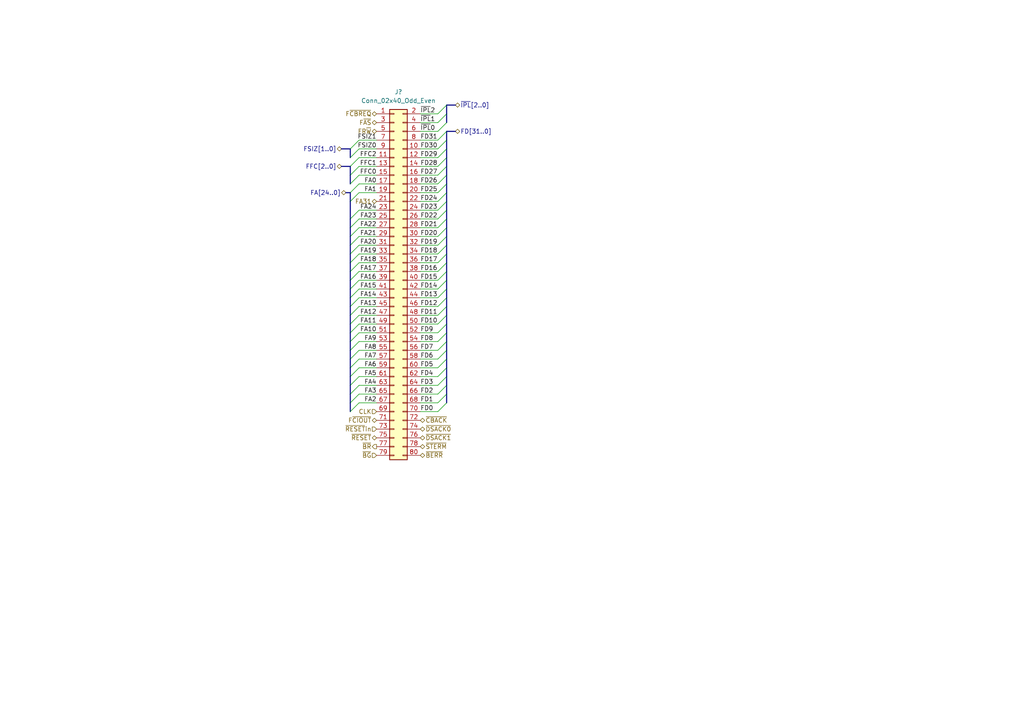
<source format=kicad_sch>
(kicad_sch (version 20211123) (generator eeschema)
  (paper "A4")
  (lib_symbols
    (symbol "Connector_Generic:Conn_02x40_Odd_Even" (pin_names (offset 1.016) hide)
      (property "Reference" "J" (at 1.27 50.8 0))
      (property "Value" "Conn_02x40_Odd_Even" (at 1.27 -53.34 0))
      (symbol "Conn_02x40_Odd_Even_1_1"
        (rectangle (start -1.27 -50.673) (end 0 -50.927) (stroke (width 0.1524)))
        (rectangle (start -1.27 -48.133) (end 0 -48.387) (stroke (width 0.1524)))
        (rectangle (start -1.27 -45.593) (end 0 -45.847) (stroke (width 0.1524)))
        (rectangle (start -1.27 -43.053) (end 0 -43.307) (stroke (width 0.1524)))
        (rectangle (start -1.27 -40.513) (end 0 -40.767) (stroke (width 0.1524)))
        (rectangle (start -1.27 -37.973) (end 0 -38.227) (stroke (width 0.1524)))
        (rectangle (start -1.27 -35.433) (end 0 -35.687) (stroke (width 0.1524)))
        (rectangle (start -1.27 -32.893) (end 0 -33.147) (stroke (width 0.1524)))
        (rectangle (start -1.27 -30.353) (end 0 -30.607) (stroke (width 0.1524)))
        (rectangle (start -1.27 -27.813) (end 0 -28.067) (stroke (width 0.1524)))
        (rectangle (start -1.27 -25.273) (end 0 -25.527) (stroke (width 0.1524)))
        (rectangle (start -1.27 -22.733) (end 0 -22.987) (stroke (width 0.1524)))
        (rectangle (start -1.27 -20.193) (end 0 -20.447) (stroke (width 0.1524)))
        (rectangle (start -1.27 -17.653) (end 0 -17.907) (stroke (width 0.1524)))
        (rectangle (start -1.27 -15.113) (end 0 -15.367) (stroke (width 0.1524)))
        (rectangle (start -1.27 -12.573) (end 0 -12.827) (stroke (width 0.1524)))
        (rectangle (start -1.27 -10.033) (end 0 -10.287) (stroke (width 0.1524)))
        (rectangle (start -1.27 -7.493) (end 0 -7.747) (stroke (width 0.1524)))
        (rectangle (start -1.27 -4.953) (end 0 -5.207) (stroke (width 0.1524)))
        (rectangle (start -1.27 -2.413) (end 0 -2.667) (stroke (width 0.1524)))
        (rectangle (start -1.27 0.127) (end 0 -0.127) (stroke (width 0.1524)))
        (rectangle (start -1.27 2.667) (end 0 2.413) (stroke (width 0.1524)))
        (rectangle (start -1.27 5.207) (end 0 4.953) (stroke (width 0.1524)))
        (rectangle (start -1.27 7.747) (end 0 7.493) (stroke (width 0.1524)))
        (rectangle (start -1.27 10.287) (end 0 10.033) (stroke (width 0.1524)))
        (rectangle (start -1.27 12.827) (end 0 12.573) (stroke (width 0.1524)))
        (rectangle (start -1.27 15.367) (end 0 15.113) (stroke (width 0.1524)))
        (rectangle (start -1.27 17.907) (end 0 17.653) (stroke (width 0.1524)))
        (rectangle (start -1.27 20.447) (end 0 20.193) (stroke (width 0.1524)))
        (rectangle (start -1.27 22.987) (end 0 22.733) (stroke (width 0.1524)))
        (rectangle (start -1.27 25.527) (end 0 25.273) (stroke (width 0.1524)))
        (rectangle (start -1.27 28.067) (end 0 27.813) (stroke (width 0.1524)))
        (rectangle (start -1.27 30.607) (end 0 30.353) (stroke (width 0.1524)))
        (rectangle (start -1.27 33.147) (end 0 32.893) (stroke (width 0.1524)))
        (rectangle (start -1.27 35.687) (end 0 35.433) (stroke (width 0.1524)))
        (rectangle (start -1.27 38.227) (end 0 37.973) (stroke (width 0.1524)))
        (rectangle (start -1.27 40.767) (end 0 40.513) (stroke (width 0.1524)))
        (rectangle (start -1.27 43.307) (end 0 43.053) (stroke (width 0.1524)))
        (rectangle (start -1.27 45.847) (end 0 45.593) (stroke (width 0.1524)))
        (rectangle (start -1.27 48.387) (end 0 48.133) (stroke (width 0.1524)))
        (rectangle (start -1.27 49.53) (end 3.81 -52.07) (stroke (width 0.254)) (fill (type background)))
        (rectangle (start 3.81 -50.673) (end 2.54 -50.927) (stroke (width 0.1524)))
        (rectangle (start 3.81 -48.133) (end 2.54 -48.387) (stroke (width 0.1524)))
        (rectangle (start 3.81 -45.593) (end 2.54 -45.847) (stroke (width 0.1524)))
        (rectangle (start 3.81 -43.053) (end 2.54 -43.307) (stroke (width 0.1524)))
        (rectangle (start 3.81 -40.513) (end 2.54 -40.767) (stroke (width 0.1524)))
        (rectangle (start 3.81 -37.973) (end 2.54 -38.227) (stroke (width 0.1524)))
        (rectangle (start 3.81 -35.433) (end 2.54 -35.687) (stroke (width 0.1524)))
        (rectangle (start 3.81 -32.893) (end 2.54 -33.147) (stroke (width 0.1524)))
        (rectangle (start 3.81 -30.353) (end 2.54 -30.607) (stroke (width 0.1524)))
        (rectangle (start 3.81 -27.813) (end 2.54 -28.067) (stroke (width 0.1524)))
        (rectangle (start 3.81 -25.273) (end 2.54 -25.527) (stroke (width 0.1524)))
        (rectangle (start 3.81 -22.733) (end 2.54 -22.987) (stroke (width 0.1524)))
        (rectangle (start 3.81 -20.193) (end 2.54 -20.447) (stroke (width 0.1524)))
        (rectangle (start 3.81 -17.653) (end 2.54 -17.907) (stroke (width 0.1524)))
        (rectangle (start 3.81 -15.113) (end 2.54 -15.367) (stroke (width 0.1524)))
        (rectangle (start 3.81 -12.573) (end 2.54 -12.827) (stroke (width 0.1524)))
        (rectangle (start 3.81 -10.033) (end 2.54 -10.287) (stroke (width 0.1524)))
        (rectangle (start 3.81 -7.493) (end 2.54 -7.747) (stroke (width 0.1524)))
        (rectangle (start 3.81 -4.953) (end 2.54 -5.207) (stroke (width 0.1524)))
        (rectangle (start 3.81 -2.413) (end 2.54 -2.667) (stroke (width 0.1524)))
        (rectangle (start 3.81 0.127) (end 2.54 -0.127) (stroke (width 0.1524)))
        (rectangle (start 3.81 2.667) (end 2.54 2.413) (stroke (width 0.1524)))
        (rectangle (start 3.81 5.207) (end 2.54 4.953) (stroke (width 0.1524)))
        (rectangle (start 3.81 7.747) (end 2.54 7.493) (stroke (width 0.1524)))
        (rectangle (start 3.81 10.287) (end 2.54 10.033) (stroke (width 0.1524)))
        (rectangle (start 3.81 12.827) (end 2.54 12.573) (stroke (width 0.1524)))
        (rectangle (start 3.81 15.367) (end 2.54 15.113) (stroke (width 0.1524)))
        (rectangle (start 3.81 17.907) (end 2.54 17.653) (stroke (width 0.1524)))
        (rectangle (start 3.81 20.447) (end 2.54 20.193) (stroke (width 0.1524)))
        (rectangle (start 3.81 22.987) (end 2.54 22.733) (stroke (width 0.1524)))
        (rectangle (start 3.81 25.527) (end 2.54 25.273) (stroke (width 0.1524)))
        (rectangle (start 3.81 28.067) (end 2.54 27.813) (stroke (width 0.1524)))
        (rectangle (start 3.81 30.607) (end 2.54 30.353) (stroke (width 0.1524)))
        (rectangle (start 3.81 33.147) (end 2.54 32.893) (stroke (width 0.1524)))
        (rectangle (start 3.81 35.687) (end 2.54 35.433) (stroke (width 0.1524)))
        (rectangle (start 3.81 38.227) (end 2.54 37.973) (stroke (width 0.1524)))
        (rectangle (start 3.81 40.767) (end 2.54 40.513) (stroke (width 0.1524)))
        (rectangle (start 3.81 43.307) (end 2.54 43.053) (stroke (width 0.1524)))
        (rectangle (start 3.81 45.847) (end 2.54 45.593) (stroke (width 0.1524)))
        (rectangle (start 3.81 48.387) (end 2.54 48.133) (stroke (width 0.1524)))
        (pin passive line (at -5.08 48.26 0) (length 3.81) (name "Pin_1") (number "1"))
        (pin passive line (at 7.62 38.1 180) (length 3.81) (name "Pin_10") (number "10"))
        (pin passive line (at -5.08 35.56 0) (length 3.81) (name "Pin_11") (number "11"))
        (pin passive line (at 7.62 35.56 180) (length 3.81) (name "Pin_12") (number "12"))
        (pin passive line (at -5.08 33.02 0) (length 3.81) (name "Pin_13") (number "13"))
        (pin passive line (at 7.62 33.02 180) (length 3.81) (name "Pin_14") (number "14"))
        (pin passive line (at -5.08 30.48 0) (length 3.81) (name "Pin_15") (number "15"))
        (pin passive line (at 7.62 30.48 180) (length 3.81) (name "Pin_16") (number "16"))
        (pin passive line (at -5.08 27.94 0) (length 3.81) (name "Pin_17") (number "17"))
        (pin passive line (at 7.62 27.94 180) (length 3.81) (name "Pin_18") (number "18"))
        (pin passive line (at -5.08 25.4 0) (length 3.81) (name "Pin_19") (number "19"))
        (pin passive line (at 7.62 48.26 180) (length 3.81) (name "Pin_2") (number "2"))
        (pin passive line (at 7.62 25.4 180) (length 3.81) (name "Pin_20") (number "20"))
        (pin passive line (at -5.08 22.86 0) (length 3.81) (name "Pin_21") (number "21"))
        (pin passive line (at 7.62 22.86 180) (length 3.81) (name "Pin_22") (number "22"))
        (pin passive line (at -5.08 20.32 0) (length 3.81) (name "Pin_23") (number "23"))
        (pin passive line (at 7.62 20.32 180) (length 3.81) (name "Pin_24") (number "24"))
        (pin passive line (at -5.08 17.78 0) (length 3.81) (name "Pin_25") (number "25"))
        (pin passive line (at 7.62 17.78 180) (length 3.81) (name "Pin_26") (number "26"))
        (pin passive line (at -5.08 15.24 0) (length 3.81) (name "Pin_27") (number "27"))
        (pin passive line (at 7.62 15.24 180) (length 3.81) (name "Pin_28") (number "28"))
        (pin passive line (at -5.08 12.7 0) (length 3.81) (name "Pin_29") (number "29"))
        (pin passive line (at -5.08 45.72 0) (length 3.81) (name "Pin_3") (number "3"))
        (pin passive line (at 7.62 12.7 180) (length 3.81) (name "Pin_30") (number "30"))
        (pin passive line (at -5.08 10.16 0) (length 3.81) (name "Pin_31") (number "31"))
        (pin passive line (at 7.62 10.16 180) (length 3.81) (name "Pin_32") (number "32"))
        (pin passive line (at -5.08 7.62 0) (length 3.81) (name "Pin_33") (number "33"))
        (pin passive line (at 7.62 7.62 180) (length 3.81) (name "Pin_34") (number "34"))
        (pin passive line (at -5.08 5.08 0) (length 3.81) (name "Pin_35") (number "35"))
        (pin passive line (at 7.62 5.08 180) (length 3.81) (name "Pin_36") (number "36"))
        (pin passive line (at -5.08 2.54 0) (length 3.81) (name "Pin_37") (number "37"))
        (pin passive line (at 7.62 2.54 180) (length 3.81) (name "Pin_38") (number "38"))
        (pin passive line (at -5.08 0 0) (length 3.81) (name "Pin_39") (number "39"))
        (pin passive line (at 7.62 45.72 180) (length 3.81) (name "Pin_4") (number "4"))
        (pin passive line (at 7.62 0 180) (length 3.81) (name "Pin_40") (number "40"))
        (pin passive line (at -5.08 -2.54 0) (length 3.81) (name "Pin_41") (number "41"))
        (pin passive line (at 7.62 -2.54 180) (length 3.81) (name "Pin_42") (number "42"))
        (pin passive line (at -5.08 -5.08 0) (length 3.81) (name "Pin_43") (number "43"))
        (pin passive line (at 7.62 -5.08 180) (length 3.81) (name "Pin_44") (number "44"))
        (pin passive line (at -5.08 -7.62 0) (length 3.81) (name "Pin_45") (number "45"))
        (pin passive line (at 7.62 -7.62 180) (length 3.81) (name "Pin_46") (number "46"))
        (pin passive line (at -5.08 -10.16 0) (length 3.81) (name "Pin_47") (number "47"))
        (pin passive line (at 7.62 -10.16 180) (length 3.81) (name "Pin_48") (number "48"))
        (pin passive line (at -5.08 -12.7 0) (length 3.81) (name "Pin_49") (number "49"))
        (pin passive line (at -5.08 43.18 0) (length 3.81) (name "Pin_5") (number "5"))
        (pin passive line (at 7.62 -12.7 180) (length 3.81) (name "Pin_50") (number "50"))
        (pin passive line (at -5.08 -15.24 0) (length 3.81) (name "Pin_51") (number "51"))
        (pin passive line (at 7.62 -15.24 180) (length 3.81) (name "Pin_52") (number "52"))
        (pin passive line (at -5.08 -17.78 0) (length 3.81) (name "Pin_53") (number "53"))
        (pin passive line (at 7.62 -17.78 180) (length 3.81) (name "Pin_54") (number "54"))
        (pin passive line (at -5.08 -20.32 0) (length 3.81) (name "Pin_55") (number "55"))
        (pin passive line (at 7.62 -20.32 180) (length 3.81) (name "Pin_56") (number "56"))
        (pin passive line (at -5.08 -22.86 0) (length 3.81) (name "Pin_57") (number "57"))
        (pin passive line (at 7.62 -22.86 180) (length 3.81) (name "Pin_58") (number "58"))
        (pin passive line (at -5.08 -25.4 0) (length 3.81) (name "Pin_59") (number "59"))
        (pin passive line (at 7.62 43.18 180) (length 3.81) (name "Pin_6") (number "6"))
        (pin passive line (at 7.62 -25.4 180) (length 3.81) (name "Pin_60") (number "60"))
        (pin passive line (at -5.08 -27.94 0) (length 3.81) (name "Pin_61") (number "61"))
        (pin passive line (at 7.62 -27.94 180) (length 3.81) (name "Pin_62") (number "62"))
        (pin passive line (at -5.08 -30.48 0) (length 3.81) (name "Pin_63") (number "63"))
        (pin passive line (at 7.62 -30.48 180) (length 3.81) (name "Pin_64") (number "64"))
        (pin passive line (at -5.08 -33.02 0) (length 3.81) (name "Pin_65") (number "65"))
        (pin passive line (at 7.62 -33.02 180) (length 3.81) (name "Pin_66") (number "66"))
        (pin passive line (at -5.08 -35.56 0) (length 3.81) (name "Pin_67") (number "67"))
        (pin passive line (at 7.62 -35.56 180) (length 3.81) (name "Pin_68") (number "68"))
        (pin passive line (at -5.08 -38.1 0) (length 3.81) (name "Pin_69") (number "69"))
        (pin passive line (at -5.08 40.64 0) (length 3.81) (name "Pin_7") (number "7"))
        (pin passive line (at 7.62 -38.1 180) (length 3.81) (name "Pin_70") (number "70"))
        (pin passive line (at -5.08 -40.64 0) (length 3.81) (name "Pin_71") (number "71"))
        (pin passive line (at 7.62 -40.64 180) (length 3.81) (name "Pin_72") (number "72"))
        (pin passive line (at -5.08 -43.18 0) (length 3.81) (name "Pin_73") (number "73"))
        (pin passive line (at 7.62 -43.18 180) (length 3.81) (name "Pin_74") (number "74"))
        (pin passive line (at -5.08 -45.72 0) (length 3.81) (name "Pin_75") (number "75"))
        (pin passive line (at 7.62 -45.72 180) (length 3.81) (name "Pin_76") (number "76"))
        (pin passive line (at -5.08 -48.26 0) (length 3.81) (name "Pin_77") (number "77"))
        (pin passive line (at 7.62 -48.26 180) (length 3.81) (name "Pin_78") (number "78"))
        (pin passive line (at -5.08 -50.8 0) (length 3.81) (name "Pin_79") (number "79"))
        (pin passive line (at 7.62 40.64 180) (length 3.81) (name "Pin_8") (number "8"))
        (pin passive line (at 7.62 -50.8 180) (length 3.81) (name "Pin_80") (number "80"))
        (pin passive line (at -5.08 38.1 0) (length 3.81) (name "Pin_9") (number "9"))
      )
    )
  )
  (bus_entry (at 127 119.38) (size 2.54 -2.54))
  (bus_entry (at 127 63.5) (size 2.54 -2.54))
  (bus_entry (at 104.14 88.9) (size -2.54 2.54))
  (bus_entry (at 127 91.44) (size 2.54 -2.54))
  (bus_entry (at 104.14 86.36) (size -2.54 2.54))
  (bus_entry (at 104.14 63.5) (size -2.54 2.54))
  (bus_entry (at 127 99.06) (size 2.54 -2.54))
  (bus_entry (at 104.14 66.04) (size -2.54 2.54))
  (bus_entry (at 127 40.64) (size 2.54 -2.54))
  (bus_entry (at 127 48.26) (size 2.54 -2.54))
  (bus_entry (at 127 38.1) (size 2.54 -2.54))
  (bus_entry (at 104.14 76.2) (size -2.54 2.54))
  (bus_entry (at 104.14 45.72) (size -2.54 2.54))
  (bus_entry (at 127 66.04) (size 2.54 -2.54))
  (bus_entry (at 104.14 50.8) (size -2.54 2.54))
  (bus_entry (at 127 96.52) (size 2.54 -2.54))
  (bus_entry (at 104.14 48.26) (size -2.54 2.54))
  (bus_entry (at 127 86.36) (size 2.54 -2.54))
  (bus_entry (at 104.14 40.64) (size -2.54 2.54))
  (bus_entry (at 127 106.68) (size 2.54 -2.54))
  (bus_entry (at 104.14 93.98) (size -2.54 2.54))
  (bus_entry (at 104.14 104.14) (size -2.54 2.54))
  (bus_entry (at 104.14 91.44) (size -2.54 2.54))
  (bus_entry (at 127 55.88) (size 2.54 -2.54))
  (bus_entry (at 127 83.82) (size 2.54 -2.54))
  (bus_entry (at 104.14 99.06) (size -2.54 2.54))
  (bus_entry (at 104.14 73.66) (size -2.54 2.54))
  (bus_entry (at 104.14 55.88) (size -2.54 2.54))
  (bus_entry (at 127 71.12) (size 2.54 -2.54))
  (bus_entry (at 127 81.28) (size 2.54 -2.54))
  (bus_entry (at 127 73.66) (size 2.54 -2.54))
  (bus_entry (at 127 45.72) (size 2.54 -2.54))
  (bus_entry (at 127 33.02) (size 2.54 -2.54))
  (bus_entry (at 127 35.56) (size 2.54 -2.54))
  (bus_entry (at 127 50.8) (size 2.54 -2.54))
  (bus_entry (at 127 88.9) (size 2.54 -2.54))
  (bus_entry (at 104.14 96.52) (size -2.54 2.54))
  (bus_entry (at 127 101.6) (size 2.54 -2.54))
  (bus_entry (at 127 93.98) (size 2.54 -2.54))
  (bus_entry (at 127 104.14) (size 2.54 -2.54))
  (bus_entry (at 104.14 111.76) (size -2.54 2.54))
  (bus_entry (at 104.14 116.84) (size -2.54 2.54))
  (bus_entry (at 104.14 81.28) (size -2.54 2.54))
  (bus_entry (at 104.14 68.58) (size -2.54 2.54))
  (bus_entry (at 104.14 53.34) (size -2.54 2.54))
  (bus_entry (at 127 111.76) (size 2.54 -2.54))
  (bus_entry (at 104.14 106.68) (size -2.54 2.54))
  (bus_entry (at 127 116.84) (size 2.54 -2.54))
  (bus_entry (at 127 76.2) (size 2.54 -2.54))
  (bus_entry (at 104.14 114.3) (size -2.54 2.54))
  (bus_entry (at 104.14 83.82) (size -2.54 2.54))
  (bus_entry (at 104.14 60.96) (size -2.54 2.54))
  (bus_entry (at 127 53.34) (size 2.54 -2.54))
  (bus_entry (at 104.14 101.6) (size -2.54 2.54))
  (bus_entry (at 127 114.3) (size 2.54 -2.54))
  (bus_entry (at 104.14 78.74) (size -2.54 2.54))
  (bus_entry (at 127 68.58) (size 2.54 -2.54))
  (bus_entry (at 104.14 43.18) (size -2.54 2.54))
  (bus_entry (at 127 109.22) (size 2.54 -2.54))
  (bus_entry (at 127 43.18) (size 2.54 -2.54))
  (bus_entry (at 127 58.42) (size 2.54 -2.54))
  (bus_entry (at 104.14 109.22) (size -2.54 2.54))
  (bus_entry (at 104.14 71.12) (size -2.54 2.54))
  (bus_entry (at 127 78.74) (size 2.54 -2.54))
  (bus_entry (at 127 60.96) (size 2.54 -2.54))
  (wire (pts (xy 109.22 53.34) (xy 104.14 53.34)))
  (bus (pts (xy 129.54 68.58) (xy 129.54 71.12)))
  (bus (pts (xy 129.54 73.66) (xy 129.54 76.2)))
  (wire (pts (xy 121.92 106.68) (xy 127 106.68)))
  (wire (pts (xy 121.92 60.96) (xy 127 60.96)))
  (wire (pts (xy 109.22 55.88) (xy 104.14 55.88)))
  (bus (pts (xy 129.54 60.96) (xy 129.54 63.5)))
  (wire (pts (xy 109.22 104.14) (xy 104.14 104.14)))
  (bus (pts (xy 101.6 78.74) (xy 101.6 81.28)))
  (wire (pts (xy 121.92 63.5) (xy 127 63.5)))
  (wire (pts (xy 109.22 111.76) (xy 104.14 111.76)))
  (wire (pts (xy 121.92 91.44) (xy 127 91.44)))
  (bus (pts (xy 129.54 76.2) (xy 129.54 78.74)))
  (bus (pts (xy 101.6 83.82) (xy 101.6 86.36)))
  (bus (pts (xy 129.54 106.68) (xy 129.54 104.14)))
  (wire (pts (xy 109.22 66.04) (xy 104.14 66.04)))
  (wire (pts (xy 109.22 88.9) (xy 104.14 88.9)))
  (bus (pts (xy 129.54 48.26) (xy 129.54 50.8)))
  (wire (pts (xy 121.92 73.66) (xy 127 73.66)))
  (bus (pts (xy 101.6 104.14) (xy 101.6 106.68)))
  (bus (pts (xy 101.6 114.3) (xy 101.6 116.84)))
  (bus (pts (xy 101.6 53.34) (xy 101.6 50.8)))
  (wire (pts (xy 109.22 63.5) (xy 104.14 63.5)))
  (wire (pts (xy 109.22 76.2) (xy 104.14 76.2)))
  (bus (pts (xy 101.6 81.28) (xy 101.6 83.82)))
  (wire (pts (xy 121.92 48.26) (xy 127 48.26)))
  (bus (pts (xy 129.54 30.48) (xy 132.08 30.48)))
  (bus (pts (xy 101.6 48.26) (xy 101.6 50.8)))
  (bus (pts (xy 129.54 55.88) (xy 129.54 58.42)))
  (wire (pts (xy 109.22 81.28) (xy 104.14 81.28)))
  (wire (pts (xy 121.92 93.98) (xy 127 93.98)))
  (wire (pts (xy 109.22 114.3) (xy 104.14 114.3)))
  (bus (pts (xy 101.6 99.06) (xy 101.6 101.6)))
  (wire (pts (xy 121.92 116.84) (xy 127 116.84)))
  (bus (pts (xy 129.54 63.5) (xy 129.54 66.04)))
  (bus (pts (xy 129.54 99.06) (xy 129.54 96.52)))
  (wire (pts (xy 121.92 81.28) (xy 127 81.28)))
  (wire (pts (xy 109.22 50.8) (xy 104.14 50.8)))
  (wire (pts (xy 109.22 73.66) (xy 104.14 73.66)))
  (wire (pts (xy 109.22 48.26) (xy 104.14 48.26)))
  (wire (pts (xy 121.92 33.02) (xy 127 33.02)))
  (wire (pts (xy 121.92 53.34) (xy 127 53.34)))
  (wire (pts (xy 121.92 99.06) (xy 127 99.06)))
  (wire (pts (xy 121.92 83.82) (xy 127 83.82)))
  (bus (pts (xy 129.54 101.6) (xy 129.54 99.06)))
  (wire (pts (xy 109.22 43.18) (xy 104.14 43.18)))
  (wire (pts (xy 121.92 88.9) (xy 127 88.9)))
  (wire (pts (xy 121.92 38.1) (xy 127 38.1)))
  (wire (pts (xy 121.92 43.18) (xy 127 43.18)))
  (wire (pts (xy 121.92 78.74) (xy 127 78.74)))
  (bus (pts (xy 129.54 50.8) (xy 129.54 53.34)))
  (bus (pts (xy 101.6 86.36) (xy 101.6 88.9)))
  (bus (pts (xy 101.6 109.22) (xy 101.6 111.76)))
  (wire (pts (xy 109.22 45.72) (xy 104.14 45.72)))
  (wire (pts (xy 109.22 101.6) (xy 104.14 101.6)))
  (wire (pts (xy 109.22 91.44) (xy 104.14 91.44)))
  (bus (pts (xy 101.6 111.76) (xy 101.6 114.3)))
  (bus (pts (xy 129.54 86.36) (xy 129.54 83.82)))
  (wire (pts (xy 121.92 58.42) (xy 127 58.42)))
  (bus (pts (xy 101.6 91.44) (xy 101.6 93.98)))
  (wire (pts (xy 109.22 86.36) (xy 104.14 86.36)))
  (bus (pts (xy 129.54 40.64) (xy 129.54 43.18)))
  (bus (pts (xy 101.6 55.88) (xy 101.6 58.42)))
  (bus (pts (xy 129.54 58.42) (xy 129.54 60.96)))
  (wire (pts (xy 109.22 109.22) (xy 104.14 109.22)))
  (bus (pts (xy 129.54 45.72) (xy 129.54 48.26)))
  (bus (pts (xy 129.54 83.82) (xy 129.54 81.28)))
  (bus (pts (xy 101.6 76.2) (xy 101.6 78.74)))
  (wire (pts (xy 121.92 96.52) (xy 127 96.52)))
  (bus (pts (xy 101.6 88.9) (xy 101.6 91.44)))
  (bus (pts (xy 129.54 38.1) (xy 129.54 40.64)))
  (wire (pts (xy 109.22 96.52) (xy 104.14 96.52)))
  (bus (pts (xy 101.6 116.84) (xy 101.6 119.38)))
  (bus (pts (xy 101.6 58.42) (xy 101.6 63.5)))
  (wire (pts (xy 121.92 111.76) (xy 127 111.76)))
  (bus (pts (xy 101.6 45.72) (xy 101.6 43.18)))
  (wire (pts (xy 121.92 76.2) (xy 127 76.2)))
  (bus (pts (xy 101.6 73.66) (xy 101.6 76.2)))
  (bus (pts (xy 101.6 63.5) (xy 101.6 66.04)))
  (bus (pts (xy 129.54 111.76) (xy 129.54 109.22)))
  (bus (pts (xy 101.6 43.18) (xy 99.06 43.18)))
  (wire (pts (xy 109.22 106.68) (xy 104.14 106.68)))
  (wire (pts (xy 109.22 40.64) (xy 104.14 40.64)))
  (bus (pts (xy 129.54 116.84) (xy 129.54 114.3)))
  (wire (pts (xy 121.92 119.38) (xy 127 119.38)))
  (bus (pts (xy 129.54 66.04) (xy 129.54 68.58)))
  (wire (pts (xy 121.92 101.6) (xy 127 101.6)))
  (bus (pts (xy 129.54 81.28) (xy 129.54 78.74)))
  (bus (pts (xy 101.6 66.04) (xy 101.6 68.58)))
  (wire (pts (xy 121.92 55.88) (xy 127 55.88)))
  (bus (pts (xy 129.54 96.52) (xy 129.54 93.98)))
  (bus (pts (xy 101.6 93.98) (xy 101.6 96.52)))
  (wire (pts (xy 109.22 68.58) (xy 104.14 68.58)))
  (bus (pts (xy 129.54 71.12) (xy 129.54 73.66)))
  (wire (pts (xy 109.22 116.84) (xy 104.14 116.84)))
  (bus (pts (xy 101.6 71.12) (xy 101.6 73.66)))
  (bus (pts (xy 129.54 114.3) (xy 129.54 111.76)))
  (bus (pts (xy 129.54 43.18) (xy 129.54 45.72)))
  (wire (pts (xy 121.92 71.12) (xy 127 71.12)))
  (wire (pts (xy 121.92 109.22) (xy 127 109.22)))
  (wire (pts (xy 121.92 66.04) (xy 127 66.04)))
  (bus (pts (xy 129.54 109.22) (xy 129.54 106.68)))
  (wire (pts (xy 121.92 68.58) (xy 127 68.58)))
  (bus (pts (xy 129.54 91.44) (xy 129.54 88.9)))
  (bus (pts (xy 100.33 55.88) (xy 101.6 55.88)))
  (wire (pts (xy 121.92 50.8) (xy 127 50.8)))
  (wire (pts (xy 121.92 114.3) (xy 127 114.3)))
  (wire (pts (xy 109.22 78.74) (xy 104.14 78.74)))
  (bus (pts (xy 101.6 101.6) (xy 101.6 104.14)))
  (bus (pts (xy 99.06 48.26) (xy 101.6 48.26)))
  (bus (pts (xy 101.6 96.52) (xy 101.6 99.06)))
  (wire (pts (xy 109.22 83.82) (xy 104.14 83.82)))
  (bus (pts (xy 101.6 106.68) (xy 101.6 109.22)))
  (wire (pts (xy 121.92 86.36) (xy 127 86.36)))
  (wire (pts (xy 109.22 71.12) (xy 104.14 71.12)))
  (bus (pts (xy 129.54 88.9) (xy 129.54 86.36)))
  (bus (pts (xy 129.54 104.14) (xy 129.54 101.6)))
  (bus (pts (xy 129.54 35.56) (xy 129.54 33.02)))
  (wire (pts (xy 121.92 45.72) (xy 127 45.72)))
  (wire (pts (xy 109.22 99.06) (xy 104.14 99.06)))
  (wire (pts (xy 121.92 35.56) (xy 127 35.56)))
  (wire (pts (xy 121.92 104.14) (xy 127 104.14)))
  (wire (pts (xy 121.92 40.64) (xy 127 40.64)))
  (wire (pts (xy 109.22 60.96) (xy 104.14 60.96)))
  (bus (pts (xy 129.54 93.98) (xy 129.54 91.44)))
  (bus (pts (xy 129.54 33.02) (xy 129.54 30.48)))
  (bus (pts (xy 129.54 53.34) (xy 129.54 55.88)))
  (bus (pts (xy 101.6 68.58) (xy 101.6 71.12)))
  (bus (pts (xy 129.54 38.1) (xy 132.08 38.1)))
  (wire (pts (xy 109.22 93.98) (xy 104.14 93.98)))
  (label "FA16" (at 109.22 81.28 180))
  (label "FD7" (at 121.92 101.6 0))
  (label "FSIZ1" (at 109.22 40.64 180))
  (label "FA22" (at 109.22 66.04 180))
  (label "FA14" (at 109.22 86.36 180))
  (label "FA13" (at 109.22 88.9 180))
  (label "FA3" (at 109.22 114.3 180))
  (label "FD29" (at 121.92 45.72 0))
  (label "~{IPL}0" (at 121.92 38.1 0))
  (label "FD5" (at 121.92 106.68 0))
  (label "FD21" (at 121.92 66.04 0))
  (label "FA12" (at 109.22 91.44 180))
  (label "FA11" (at 109.22 93.98 180))
  (label "FD19" (at 121.92 71.12 0))
  (label "FA15" (at 109.22 83.82 180))
  (label "FA0" (at 109.22 53.34 180))
  (label "FA10" (at 109.22 96.52 180))
  (label "FFC1" (at 109.22 48.26 180))
  (label "FD4" (at 121.92 109.22 0))
  (label "FD22" (at 121.92 63.5 0))
  (label "FD8" (at 121.92 99.06 0))
  (label "FA4" (at 109.22 111.76 180))
  (label "FD1" (at 121.92 116.84 0))
  (label "FA20" (at 109.22 71.12 180))
  (label "FSIZ0" (at 109.22 43.18 180))
  (label "FD24" (at 121.92 58.42 0))
  (label "FFC0" (at 109.22 50.8 180))
  (label "FA23" (at 109.22 63.5 180))
  (label "FD20" (at 121.92 68.58 0))
  (label "FD25" (at 121.92 55.88 0))
  (label "FFC2" (at 109.22 45.72 180))
  (label "~{IPL}1" (at 121.92 35.56 0))
  (label "FA24" (at 109.22 60.96 180))
  (label "FD2" (at 121.92 114.3 0))
  (label "FD18" (at 121.92 73.66 0))
  (label "FD17" (at 121.92 76.2 0))
  (label "FD28" (at 121.92 48.26 0))
  (label "FD13" (at 121.92 86.36 0))
  (label "FD3" (at 121.92 111.76 0))
  (label "FD30" (at 121.92 43.18 0))
  (label "FD15" (at 121.92 81.28 0))
  (label "FA19" (at 109.22 73.66 180))
  (label "FD14" (at 121.92 83.82 0))
  (label "FD11" (at 121.92 91.44 0))
  (label "FD27" (at 121.92 50.8 0))
  (label "FA18" (at 109.22 76.2 180))
  (label "~{IPL}2" (at 121.92 33.02 0))
  (label "FD0" (at 121.92 119.38 0))
  (label "FA2" (at 109.22 116.84 180))
  (label "FA8" (at 109.22 101.6 180))
  (label "FA6" (at 109.22 106.68 180))
  (label "FD23" (at 121.92 60.96 0))
  (label "FD6" (at 121.92 104.14 0))
  (label "FA5" (at 109.22 109.22 180))
  (label "FA1" (at 109.22 55.88 180))
  (label "FD26" (at 121.92 53.34 0))
  (label "FD31" (at 121.92 40.64 0))
  (label "FA9" (at 109.22 99.06 180))
  (label "FA17" (at 109.22 78.74 180))
  (label "FD9" (at 121.92 96.52 0))
  (label "FD12" (at 121.92 88.9 0))
  (label "FA7" (at 109.22 104.14 180))
  (label "FA21" (at 109.22 68.58 180))
  (label "FD16" (at 121.92 78.74 0))
  (label "FD10" (at 121.92 93.98 0))
  (hierarchical_label "FA31" (shape bidirectional) (at 109.22 58.42 180))
  (hierarchical_label "FD[31..0]" (shape bidirectional) (at 132.08 38.1 0))
  (hierarchical_label "F~{CBREQ}" (shape bidirectional) (at 109.22 33.02 180))
  (hierarchical_label "~{DSACK1}" (shape bidirectional) (at 121.92 127 0))
  (hierarchical_label "~{STERM}" (shape bidirectional) (at 121.92 129.54 0))
  (hierarchical_label "~{DSACK0}" (shape bidirectional) (at 121.92 124.46 0))
  (hierarchical_label "F~{CIOUT}" (shape bidirectional) (at 109.22 121.92 180))
  (hierarchical_label "~{IPL}[2..0]" (shape bidirectional) (at 132.08 30.48 0))
  (hierarchical_label "CLK" (shape input) (at 109.22 119.38 180))
  (hierarchical_label "FA[24..0]" (shape bidirectional) (at 100.33 55.88 180))
  (hierarchical_label "F~{AS}" (shape bidirectional) (at 109.22 35.56 180))
  (hierarchical_label "~{CBACK}" (shape bidirectional) (at 121.92 121.92 0))
  (hierarchical_label "~{BERR}" (shape bidirectional) (at 121.92 132.08 0))
  (hierarchical_label "~{RESET}in" (shape input) (at 109.22 124.46 180))
  (hierarchical_label "FR~{W}" (shape bidirectional) (at 109.22 38.1 180))
  (hierarchical_label "~{BR}" (shape output) (at 109.22 129.54 180))
  (hierarchical_label "~{RESET}" (shape bidirectional) (at 109.22 127 180))
  (hierarchical_label "FSIZ[1..0]" (shape bidirectional) (at 99.06 43.18 180))
  (hierarchical_label "FFC[2..0]" (shape bidirectional) (at 99.06 48.26 180))
  (hierarchical_label "~{BG}" (shape input) (at 109.22 132.08 180))
  (symbol (lib_id "Connector_Generic:Conn_02x40_Odd_Even") (at 114.3 81.28 0) (unit 1)
    (property "Reference" "J?" (at 115.57 26.67 0))
    (property "Value" "Conn_02x40_Odd_Even" (at 115.57 29.21 0))
  )
)
</source>
